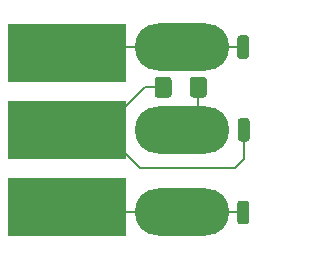
<source format=gbr>
G04 #@! TF.GenerationSoftware,KiCad,Pcbnew,8.0.4+1*
G04 #@! TF.CreationDate,2024-10-21T12:07:58+00:00*
G04 #@! TF.ProjectId,KCD1-102-board,4b434431-2d31-4303-922d-626f6172642e,rev?*
G04 #@! TF.SameCoordinates,Original*
G04 #@! TF.FileFunction,Copper,L1,Top*
G04 #@! TF.FilePolarity,Positive*
%FSLAX46Y46*%
G04 Gerber Fmt 4.6, Leading zero omitted, Abs format (unit mm)*
G04 Created by KiCad (PCBNEW 8.0.4+1) date 2024-10-21 12:07:58*
%MOMM*%
%LPD*%
G01*
G04 APERTURE LIST*
G04 #@! TA.AperFunction,SMDPad,CuDef*
%ADD10R,10.000000X5.000000*%
G04 #@! TD*
G04 #@! TA.AperFunction,ComponentPad*
%ADD11O,8.000000X4.000000*%
G04 #@! TD*
G04 #@! TA.AperFunction,Conductor*
%ADD12C,0.200000*%
G04 #@! TD*
G04 APERTURE END LIST*
D10*
X90250000Y-70500000D03*
X90250000Y-64000000D03*
G04 #@! TA.AperFunction,SMDPad,CuDef*
G36*
G01*
X97712500Y-67524999D02*
X97712500Y-66275001D01*
G75*
G02*
X97962501Y-66025000I250001J0D01*
G01*
X98887499Y-66025000D01*
G75*
G02*
X99137500Y-66275001I0J-250001D01*
G01*
X99137500Y-67524999D01*
G75*
G02*
X98887499Y-67775000I-250001J0D01*
G01*
X97962501Y-67775000D01*
G75*
G02*
X97712500Y-67524999I0J250001D01*
G01*
G37*
G04 #@! TD.AperFunction*
G04 #@! TA.AperFunction,SMDPad,CuDef*
G36*
G01*
X100687500Y-67524999D02*
X100687500Y-66275001D01*
G75*
G02*
X100937501Y-66025000I250001J0D01*
G01*
X101862499Y-66025000D01*
G75*
G02*
X102112500Y-66275001I0J-250001D01*
G01*
X102112500Y-67524999D01*
G75*
G02*
X101862499Y-67775000I-250001J0D01*
G01*
X100937501Y-67775000D01*
G75*
G02*
X100687500Y-67524999I0J250001D01*
G01*
G37*
G04 #@! TD.AperFunction*
G04 #@! TA.AperFunction,SMDPad,CuDef*
G36*
G01*
X104750000Y-71250000D02*
X104750000Y-69750000D01*
G75*
G02*
X105000000Y-69500000I250000J0D01*
G01*
X105500000Y-69500000D01*
G75*
G02*
X105750000Y-69750000I0J-250000D01*
G01*
X105750000Y-71250000D01*
G75*
G02*
X105500000Y-71500000I-250000J0D01*
G01*
X105000000Y-71500000D01*
G75*
G02*
X104750000Y-71250000I0J250000D01*
G01*
G37*
G04 #@! TD.AperFunction*
X90250000Y-77000000D03*
G04 #@! TA.AperFunction,SMDPad,CuDef*
G36*
G01*
X104700000Y-64250000D02*
X104700000Y-62750000D01*
G75*
G02*
X104950000Y-62500000I250000J0D01*
G01*
X105450000Y-62500000D01*
G75*
G02*
X105700000Y-62750000I0J-250000D01*
G01*
X105700000Y-64250000D01*
G75*
G02*
X105450000Y-64500000I-250000J0D01*
G01*
X104950000Y-64500000D01*
G75*
G02*
X104700000Y-64250000I0J250000D01*
G01*
G37*
G04 #@! TD.AperFunction*
G04 #@! TA.AperFunction,SMDPad,CuDef*
G36*
G01*
X104700000Y-78250000D02*
X104700000Y-76750000D01*
G75*
G02*
X104950000Y-76500000I250000J0D01*
G01*
X105450000Y-76500000D01*
G75*
G02*
X105700000Y-76750000I0J-250000D01*
G01*
X105700000Y-78250000D01*
G75*
G02*
X105450000Y-78500000I-250000J0D01*
G01*
X104950000Y-78500000D01*
G75*
G02*
X104700000Y-78250000I0J250000D01*
G01*
G37*
G04 #@! TD.AperFunction*
D11*
X100000000Y-63500000D03*
X100000000Y-70500000D03*
X100000000Y-77500000D03*
D12*
X104500000Y-73750000D02*
X105250000Y-73000000D01*
X96850000Y-66900000D02*
X93250000Y-70500000D01*
X98425000Y-66900000D02*
X96850000Y-66900000D01*
X93250000Y-70500000D02*
X96500000Y-73750000D01*
X93250000Y-70500000D02*
X90250000Y-70500000D01*
X96500000Y-73750000D02*
X104500000Y-73750000D01*
X105250000Y-73000000D02*
X105250000Y-70500000D01*
X101400000Y-69100000D02*
X100000000Y-70500000D01*
X101400000Y-66900000D02*
X101400000Y-69100000D01*
X105200000Y-63500000D02*
X100000000Y-63500000D01*
X90750000Y-63500000D02*
X90250000Y-64000000D01*
X100000000Y-63500000D02*
X90750000Y-63500000D01*
X90750000Y-77500000D02*
X90250000Y-77000000D01*
X100000000Y-77500000D02*
X90750000Y-77500000D01*
X105200000Y-77500000D02*
X100000000Y-77500000D01*
M02*

</source>
